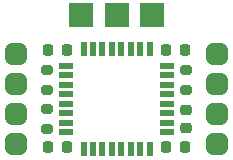
<source format=gbr>
%TF.GenerationSoftware,KiCad,Pcbnew,7.0.2-6a45011f42~172~ubuntu22.04.1*%
%TF.CreationDate,2023-05-29T23:15:52+12:00*%
%TF.ProjectId,THE_BRAWN-20A_LOGIC,5448455f-4252-4415-974e-2d3230415f4c,v2.0*%
%TF.SameCoordinates,Original*%
%TF.FileFunction,Soldermask,Top*%
%TF.FilePolarity,Negative*%
%FSLAX46Y46*%
G04 Gerber Fmt 4.6, Leading zero omitted, Abs format (unit mm)*
G04 Created by KiCad (PCBNEW 7.0.2-6a45011f42~172~ubuntu22.04.1) date 2023-05-29 23:15:52*
%MOMM*%
%LPD*%
G01*
G04 APERTURE LIST*
G04 Aperture macros list*
%AMRoundRect*
0 Rectangle with rounded corners*
0 $1 Rounding radius*
0 $2 $3 $4 $5 $6 $7 $8 $9 X,Y pos of 4 corners*
0 Add a 4 corners polygon primitive as box body*
4,1,4,$2,$3,$4,$5,$6,$7,$8,$9,$2,$3,0*
0 Add four circle primitives for the rounded corners*
1,1,$1+$1,$2,$3*
1,1,$1+$1,$4,$5*
1,1,$1+$1,$6,$7*
1,1,$1+$1,$8,$9*
0 Add four rect primitives between the rounded corners*
20,1,$1+$1,$2,$3,$4,$5,0*
20,1,$1+$1,$4,$5,$6,$7,0*
20,1,$1+$1,$6,$7,$8,$9,0*
20,1,$1+$1,$8,$9,$2,$3,0*%
G04 Aperture macros list end*
%ADD10C,1.000000*%
%ADD11R,2.000000X2.000000*%
%ADD12RoundRect,0.200000X0.275000X-0.200000X0.275000X0.200000X-0.275000X0.200000X-0.275000X-0.200000X0*%
%ADD13RoundRect,0.450000X-0.450000X-0.450000X0.450000X-0.450000X0.450000X0.450000X-0.450000X0.450000X0*%
%ADD14RoundRect,0.200000X-0.275000X0.200000X-0.275000X-0.200000X0.275000X-0.200000X0.275000X0.200000X0*%
%ADD15RoundRect,0.225000X-0.250000X0.225000X-0.250000X-0.225000X0.250000X-0.225000X0.250000X0.225000X0*%
%ADD16RoundRect,0.225000X0.225000X0.250000X-0.225000X0.250000X-0.225000X-0.250000X0.225000X-0.250000X0*%
%ADD17R,1.200000X0.500000*%
%ADD18R,0.500000X1.200000*%
%ADD19RoundRect,0.225000X-0.225000X-0.250000X0.225000X-0.250000X0.225000X0.250000X-0.225000X0.250000X0*%
%ADD20RoundRect,0.218750X0.218750X0.256250X-0.218750X0.256250X-0.218750X-0.256250X0.218750X-0.256250X0*%
%ADD21RoundRect,0.218750X-0.218750X-0.256250X0.218750X-0.256250X0.218750X0.256250X-0.218750X0.256250X0*%
G04 APERTURE END LIST*
D10*
%TO.C,H3*%
X145500000Y-152200000D03*
D11*
X145500000Y-152200000D03*
%TD*%
D10*
%TO.C,H2*%
X142500000Y-152200000D03*
D11*
X142500000Y-152200000D03*
%TD*%
D12*
%TO.C,R2*%
X139650000Y-161825000D03*
X139650000Y-160175000D03*
%TD*%
D13*
%TO.C,J2*%
X137000000Y-155500000D03*
X137000000Y-158040000D03*
X137000000Y-160580000D03*
X137000000Y-163120000D03*
%TD*%
D14*
%TO.C,R10*%
X151350000Y-156875000D03*
X151350000Y-158525000D03*
%TD*%
%TO.C,R8*%
X139650000Y-156875000D03*
X139650000Y-158525000D03*
%TD*%
D15*
%TO.C,C5*%
X151350000Y-160225000D03*
X151350000Y-161775000D03*
%TD*%
D16*
%TO.C,C9*%
X141275000Y-163400000D03*
X139725000Y-163400000D03*
%TD*%
D10*
%TO.C,H1*%
X148500000Y-152200000D03*
D11*
X148500000Y-152200000D03*
%TD*%
D17*
%TO.C,U1*%
X149750000Y-162100000D03*
X149750000Y-161300000D03*
X149750000Y-160500000D03*
X149750000Y-159700000D03*
X149750000Y-158900000D03*
X149750000Y-158100000D03*
X149750000Y-157300000D03*
X149750000Y-156500000D03*
D18*
X148300000Y-155050000D03*
X147500000Y-155050000D03*
X146700000Y-155050000D03*
X145900000Y-155050000D03*
X145100000Y-155050000D03*
X144300000Y-155050000D03*
X143500000Y-155050000D03*
X142700000Y-155050000D03*
D17*
X141250000Y-156500000D03*
X141250000Y-157300000D03*
X141250000Y-158100000D03*
X141250000Y-158900000D03*
X141250000Y-159700000D03*
X141250000Y-160500000D03*
X141250000Y-161300000D03*
X141250000Y-162100000D03*
D18*
X142700000Y-163550000D03*
X143500000Y-163550000D03*
X144300000Y-163550000D03*
X145100000Y-163550000D03*
X145900000Y-163550000D03*
X146700000Y-163550000D03*
X147500000Y-163550000D03*
X148300000Y-163550000D03*
%TD*%
D19*
%TO.C,C7*%
X149725000Y-163400000D03*
X151275000Y-163400000D03*
%TD*%
D20*
%TO.C,DS2*%
X151287500Y-155200000D03*
X149712500Y-155200000D03*
%TD*%
D13*
%TO.C,J1*%
X154000000Y-155500000D03*
X154000000Y-158040000D03*
X154000000Y-160580000D03*
X154000000Y-163120000D03*
%TD*%
D21*
%TO.C,DS1*%
X139712500Y-155200000D03*
X141287500Y-155200000D03*
%TD*%
M02*

</source>
